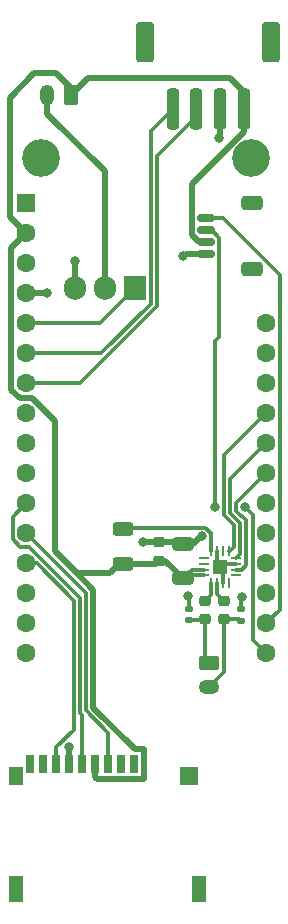
<source format=gbr>
%TF.GenerationSoftware,KiCad,Pcbnew,7.0.1*%
%TF.CreationDate,2023-03-30T16:52:30-04:00*%
%TF.ProjectId,system-board,73797374-656d-42d6-926f-6172642e6b69,rev?*%
%TF.SameCoordinates,Original*%
%TF.FileFunction,Copper,L1,Top*%
%TF.FilePolarity,Positive*%
%FSLAX46Y46*%
G04 Gerber Fmt 4.6, Leading zero omitted, Abs format (unit mm)*
G04 Created by KiCad (PCBNEW 7.0.1) date 2023-03-30 16:52:30*
%MOMM*%
%LPD*%
G01*
G04 APERTURE LIST*
G04 Aperture macros list*
%AMRoundRect*
0 Rectangle with rounded corners*
0 $1 Rounding radius*
0 $2 $3 $4 $5 $6 $7 $8 $9 X,Y pos of 4 corners*
0 Add a 4 corners polygon primitive as box body*
4,1,4,$2,$3,$4,$5,$6,$7,$8,$9,$2,$3,0*
0 Add four circle primitives for the rounded corners*
1,1,$1+$1,$2,$3*
1,1,$1+$1,$4,$5*
1,1,$1+$1,$6,$7*
1,1,$1+$1,$8,$9*
0 Add four rect primitives between the rounded corners*
20,1,$1+$1,$2,$3,$4,$5,0*
20,1,$1+$1,$4,$5,$6,$7,0*
20,1,$1+$1,$6,$7,$8,$9,0*
20,1,$1+$1,$8,$9,$2,$3,0*%
G04 Aperture macros list end*
%TA.AperFunction,SMDPad,CuDef*%
%ADD10R,0.700000X1.600000*%
%TD*%
%TA.AperFunction,SMDPad,CuDef*%
%ADD11R,1.600000X1.500000*%
%TD*%
%TA.AperFunction,SMDPad,CuDef*%
%ADD12R,1.200000X1.500000*%
%TD*%
%TA.AperFunction,SMDPad,CuDef*%
%ADD13R,1.200000X2.200000*%
%TD*%
%TA.AperFunction,SMDPad,CuDef*%
%ADD14RoundRect,0.150000X0.625000X-0.150000X0.625000X0.150000X-0.625000X0.150000X-0.625000X-0.150000X0*%
%TD*%
%TA.AperFunction,SMDPad,CuDef*%
%ADD15RoundRect,0.250000X0.650000X-0.350000X0.650000X0.350000X-0.650000X0.350000X-0.650000X-0.350000X0*%
%TD*%
%TA.AperFunction,SMDPad,CuDef*%
%ADD16RoundRect,0.218750X0.256250X-0.218750X0.256250X0.218750X-0.256250X0.218750X-0.256250X-0.218750X0*%
%TD*%
%TA.AperFunction,SMDPad,CuDef*%
%ADD17RoundRect,0.140000X-0.170000X0.140000X-0.170000X-0.140000X0.170000X-0.140000X0.170000X0.140000X0*%
%TD*%
%TA.AperFunction,SMDPad,CuDef*%
%ADD18RoundRect,0.250000X-0.625000X0.312500X-0.625000X-0.312500X0.625000X-0.312500X0.625000X0.312500X0*%
%TD*%
%TA.AperFunction,ComponentPad*%
%ADD19RoundRect,0.250000X-0.625000X0.350000X-0.625000X-0.350000X0.625000X-0.350000X0.625000X0.350000X0*%
%TD*%
%TA.AperFunction,ComponentPad*%
%ADD20O,1.750000X1.200000*%
%TD*%
%TA.AperFunction,WasherPad*%
%ADD21C,3.200000*%
%TD*%
%TA.AperFunction,ComponentPad*%
%ADD22R,1.600000X1.600000*%
%TD*%
%TA.AperFunction,ComponentPad*%
%ADD23C,1.600000*%
%TD*%
%TA.AperFunction,SMDPad,CuDef*%
%ADD24RoundRect,0.250000X0.250000X1.500000X-0.250000X1.500000X-0.250000X-1.500000X0.250000X-1.500000X0*%
%TD*%
%TA.AperFunction,SMDPad,CuDef*%
%ADD25RoundRect,0.250001X0.499999X1.449999X-0.499999X1.449999X-0.499999X-1.449999X0.499999X-1.449999X0*%
%TD*%
%TA.AperFunction,ComponentPad*%
%ADD26RoundRect,0.250000X0.350000X0.625000X-0.350000X0.625000X-0.350000X-0.625000X0.350000X-0.625000X0*%
%TD*%
%TA.AperFunction,ComponentPad*%
%ADD27O,1.200000X1.750000*%
%TD*%
%TA.AperFunction,SMDPad,CuDef*%
%ADD28RoundRect,0.250000X-0.650000X0.325000X-0.650000X-0.325000X0.650000X-0.325000X0.650000X0.325000X0*%
%TD*%
%TA.AperFunction,SMDPad,CuDef*%
%ADD29R,0.242474X0.857120*%
%TD*%
%TA.AperFunction,SMDPad,CuDef*%
%ADD30RoundRect,0.121237X0.000000X0.307323X0.000000X-0.307323X0.000000X-0.307323X0.000000X0.307323X0*%
%TD*%
%TA.AperFunction,SMDPad,CuDef*%
%ADD31RoundRect,0.121237X-0.307323X0.000000X-0.307323X0.000000X0.307323X0.000000X0.307323X0.000000X0*%
%TD*%
%TA.AperFunction,SMDPad,CuDef*%
%ADD32R,1.250000X1.250000*%
%TD*%
%TA.AperFunction,ComponentPad*%
%ADD33R,1.905000X2.000000*%
%TD*%
%TA.AperFunction,ComponentPad*%
%ADD34O,1.905000X2.000000*%
%TD*%
%TA.AperFunction,SMDPad,CuDef*%
%ADD35RoundRect,0.225000X0.250000X-0.225000X0.250000X0.225000X-0.250000X0.225000X-0.250000X-0.225000X0*%
%TD*%
%TA.AperFunction,ViaPad*%
%ADD36C,0.800000*%
%TD*%
%TA.AperFunction,Conductor*%
%ADD37C,0.500000*%
%TD*%
%TA.AperFunction,Conductor*%
%ADD38C,0.300000*%
%TD*%
G04 APERTURE END LIST*
D10*
%TO.P,J1,1,DAT2*%
%TO.N,unconnected-(J1-DAT2-Pad1)*%
X63300000Y-105350000D03*
%TO.P,J1,2,CD/DAT3*%
%TO.N,unconnected-(J1-CD{slash}DAT3-Pad2)*%
X62200000Y-105350000D03*
%TO.P,J1,3,CMD*%
%TO.N,Net-(A1-MOSI)*%
X61100000Y-105350000D03*
%TO.P,J1,4,VDD*%
%TO.N,VCC*%
X60000000Y-105350000D03*
%TO.P,J1,5,CLX*%
%TO.N,Net-(A1-SCK)*%
X58900000Y-105350000D03*
%TO.P,J1,6,VSS*%
%TO.N,GND*%
X57800000Y-105350000D03*
%TO.P,J1,7,DAT0*%
%TO.N,Net-(A1-MISO)*%
X56700000Y-105350000D03*
%TO.P,J1,8,DAT1*%
%TO.N,unconnected-(J1-DAT1-Pad8)*%
X55600000Y-105350000D03*
%TO.P,J1,CD1,CD1*%
%TO.N,unconnected-(J1-PadCD1)*%
X54500000Y-105350000D03*
D11*
%TO.P,J1,MP1,MP1*%
%TO.N,unconnected-(J1-PadMP1)*%
X67900000Y-106350000D03*
D12*
%TO.P,J1,MP2,MP2*%
%TO.N,unconnected-(J1-PadMP2)*%
X53300000Y-106350000D03*
D13*
%TO.P,J1,MP3,MP3*%
%TO.N,unconnected-(J1-PadMP3)*%
X53300000Y-115950000D03*
%TO.P,J1,MP4,MP4*%
%TO.N,unconnected-(J1-PadMP4)*%
X68800000Y-115950000D03*
%TD*%
D14*
%TO.P,J5,1,Pin_1*%
%TO.N,GND*%
X69367893Y-62150000D03*
%TO.P,J5,2,Pin_2*%
%TO.N,VCC*%
X69367893Y-61150000D03*
%TO.P,J5,3,Pin_3*%
%TO.N,Net-(A1-SDA)*%
X69367893Y-60150000D03*
%TO.P,J5,4,Pin_4*%
%TO.N,Net-(A1-SCL)*%
X69367893Y-59150000D03*
D15*
%TO.P,J5,MP*%
%TO.N,N/C*%
X73242893Y-63450000D03*
X73242893Y-57850000D03*
%TD*%
D16*
%TO.P,FB2,1*%
%TO.N,/SPKR_P*%
X69300000Y-93125550D03*
%TO.P,FB2,2*%
%TO.N,/SOUND_OUT_P*%
X69300000Y-91550550D03*
%TD*%
D17*
%TO.P,C3,1*%
%TO.N,GND*%
X67900000Y-92250550D03*
%TO.P,C3,2*%
%TO.N,/SPKR_P*%
X67900000Y-93210550D03*
%TD*%
D18*
%TO.P,R1,1*%
%TO.N,Net-(U1-~{SD_MODE})*%
X62300000Y-85487500D03*
%TO.P,R1,2*%
%TO.N,VCC*%
X62300000Y-88412500D03*
%TD*%
D19*
%TO.P,J2,1,Pin_1*%
%TO.N,/SPKR_P*%
X69600000Y-96850000D03*
D20*
%TO.P,J2,2,Pin_2*%
%TO.N,/SPKR_N*%
X69600000Y-98850000D03*
%TD*%
D16*
%TO.P,FB1,1*%
%TO.N,/SPKR_N*%
X70900000Y-93125550D03*
%TO.P,FB1,2*%
%TO.N,/SOUND_OUT_N*%
X70900000Y-91550550D03*
%TD*%
D21*
%TO.P,A1,*%
%TO.N,*%
X55400000Y-54100000D03*
X73180000Y-54100000D03*
D22*
%TO.P,A1,1,~{RESET}*%
%TO.N,unconnected-(A1-~{RESET}-Pad1)*%
X54130000Y-57910000D03*
D23*
%TO.P,A1,2,3V3*%
%TO.N,VCC*%
X54130000Y-60450000D03*
%TO.P,A1,3,AREF*%
%TO.N,unconnected-(A1-AREF-Pad3)*%
X54130000Y-62990000D03*
%TO.P,A1,4,GND*%
%TO.N,GND*%
X54130000Y-65530000D03*
%TO.P,A1,5,A0*%
%TO.N,Net-(A1-A0)*%
X54130000Y-68070000D03*
%TO.P,A1,6,A1*%
%TO.N,Net-(A1-A1)*%
X54130000Y-70610000D03*
%TO.P,A1,7,A2*%
%TO.N,Net-(A1-A2)*%
X54130000Y-73150000D03*
%TO.P,A1,8,A3*%
%TO.N,unconnected-(A1-A3-Pad8)*%
X54130000Y-75690000D03*
%TO.P,A1,9,A4*%
%TO.N,unconnected-(A1-A4-Pad9)*%
X54130000Y-78230000D03*
%TO.P,A1,10,A5*%
%TO.N,unconnected-(A1-A5-Pad10)*%
X54130000Y-80770000D03*
%TO.P,A1,11,SCK*%
%TO.N,Net-(A1-SCK)*%
X54130000Y-83310000D03*
%TO.P,A1,12,MOSI*%
%TO.N,Net-(A1-MOSI)*%
X54130000Y-85850000D03*
%TO.P,A1,13,MISO*%
%TO.N,Net-(A1-MISO)*%
X54130000Y-88390000D03*
%TO.P,A1,14,RX*%
%TO.N,unconnected-(A1-RX-Pad14)*%
X54130000Y-90930000D03*
%TO.P,A1,15,TX*%
%TO.N,unconnected-(A1-TX-Pad15)*%
X54130000Y-93470000D03*
%TO.P,A1,16,SPARE*%
%TO.N,unconnected-(A1-SPARE-Pad16)*%
X54130000Y-96010000D03*
%TO.P,A1,17,SDA*%
%TO.N,Net-(A1-SDA)*%
X74450000Y-96010000D03*
%TO.P,A1,18,SCL*%
%TO.N,Net-(A1-SCL)*%
X74450000Y-93470000D03*
%TO.P,A1,19,D0*%
%TO.N,unconnected-(A1-D0-Pad19)*%
X74450000Y-90930000D03*
%TO.P,A1,20,D1*%
%TO.N,unconnected-(A1-D1-Pad20)*%
X74450000Y-88390000D03*
%TO.P,A1,21,D2*%
%TO.N,unconnected-(A1-D2-Pad21)*%
X74450000Y-85850000D03*
%TO.P,A1,22,D3*%
%TO.N,unconnected-(A1-D3-Pad22)*%
X74450000Y-83310000D03*
%TO.P,A1,23,D4*%
%TO.N,/LRC*%
X74450000Y-80770000D03*
%TO.P,A1,24,D5*%
%TO.N,/BCLK*%
X74450000Y-78230000D03*
%TO.P,A1,25,D6*%
%TO.N,/DIN*%
X74450000Y-75690000D03*
%TO.P,A1,26,USB*%
%TO.N,unconnected-(A1-USB-Pad26)*%
X74450000Y-73150000D03*
%TO.P,A1,27,EN*%
%TO.N,unconnected-(A1-EN-Pad27)*%
X74450000Y-70610000D03*
%TO.P,A1,28,VBAT*%
%TO.N,unconnected-(A1-VBAT-Pad28)*%
X74450000Y-68070000D03*
%TD*%
D24*
%TO.P,J4,1,Pin_1*%
%TO.N,VCC*%
X72550000Y-49950000D03*
%TO.P,J4,2,Pin_2*%
%TO.N,GND*%
X70550000Y-49950000D03*
%TO.P,J4,3,Pin_3*%
%TO.N,Net-(A1-A2)*%
X68550000Y-49950000D03*
%TO.P,J4,4,Pin_4*%
%TO.N,Net-(A1-A1)*%
X66550000Y-49950000D03*
D25*
%TO.P,J4,MP*%
%TO.N,N/C*%
X74900000Y-44200000D03*
X64200000Y-44200000D03*
%TD*%
D17*
%TO.P,C4,1*%
%TO.N,GND*%
X72300000Y-92270550D03*
%TO.P,C4,2*%
%TO.N,/SPKR_N*%
X72300000Y-93230550D03*
%TD*%
D26*
%TO.P,J3,1,Pin_1*%
%TO.N,VCC*%
X57900000Y-48750000D03*
D27*
%TO.P,J3,2,Pin_2*%
%TO.N,Net-(J3-Pin_2)*%
X55900000Y-48750000D03*
%TD*%
D28*
%TO.P,C1,1*%
%TO.N,GND*%
X67400000Y-86700000D03*
%TO.P,C1,2*%
%TO.N,VCC*%
X67400000Y-89650000D03*
%TD*%
D29*
%TO.P,U1,1,DIN*%
%TO.N,/DIN*%
X71300000Y-87300000D03*
D30*
%TO.P,U1,2,GAIN_SLOT*%
%TO.N,unconnected-(U1-GAIN_SLOT-Pad2)*%
X70800000Y-87300000D03*
%TO.P,U1,3,GND*%
%TO.N,GND*%
X70300000Y-87300000D03*
%TO.P,U1,4,~{SD_MODE}*%
%TO.N,Net-(U1-~{SD_MODE})*%
X69800000Y-87300000D03*
D31*
%TO.P,U1,5,NC*%
%TO.N,unconnected-(U1-NC-Pad5)*%
X69199450Y-87900550D03*
%TO.P,U1,6,NC*%
%TO.N,unconnected-(U1-NC-Pad6)*%
X69199450Y-88400550D03*
%TO.P,U1,7,VDD*%
%TO.N,VCC*%
X69199450Y-88900550D03*
%TO.P,U1,8,VDD*%
X69199450Y-89400550D03*
D30*
%TO.P,U1,9,OUTP*%
%TO.N,/SOUND_OUT_P*%
X69800000Y-90001100D03*
%TO.P,U1,10,OUTN*%
%TO.N,/SOUND_OUT_N*%
X70300000Y-90001100D03*
%TO.P,U1,11,GND*%
%TO.N,GND*%
X70800000Y-90001100D03*
%TO.P,U1,12,NC*%
%TO.N,unconnected-(U1-NC-Pad12)*%
X71300000Y-90001100D03*
D31*
%TO.P,U1,13,NC*%
%TO.N,unconnected-(U1-NC-Pad13)*%
X71900550Y-89400550D03*
%TO.P,U1,14,LRCLK*%
%TO.N,/LRC*%
X71900550Y-88900550D03*
%TO.P,U1,15,GND*%
%TO.N,GND*%
X71900550Y-88400550D03*
%TO.P,U1,16,BCLK*%
%TO.N,/BCLK*%
X71900550Y-87900550D03*
D32*
%TO.P,U1,17,EP*%
%TO.N,GND*%
X70550000Y-88650550D03*
%TD*%
D33*
%TO.P,Q1,1,G*%
%TO.N,Net-(A1-A0)*%
X63340000Y-65100000D03*
D34*
%TO.P,Q1,2,D*%
%TO.N,Net-(J3-Pin_2)*%
X60800000Y-65100000D03*
%TO.P,Q1,3,S*%
%TO.N,GND*%
X58260000Y-65100000D03*
%TD*%
D35*
%TO.P,C2,1*%
%TO.N,VCC*%
X65400000Y-88150000D03*
%TO.P,C2,2*%
%TO.N,GND*%
X65400000Y-86600000D03*
%TD*%
D36*
%TO.N,GND*%
X70500000Y-88600000D03*
X70500000Y-52400000D03*
X64000000Y-86600000D03*
X67442893Y-62350000D03*
X58300000Y-62800000D03*
X55900000Y-65530000D03*
X69001100Y-86100000D03*
X72400000Y-91250550D03*
X57779977Y-103929977D03*
X67800000Y-91150550D03*
%TO.N,Net-(A1-SDA)*%
X72664727Y-83615227D03*
X70150500Y-83615227D03*
%TD*%
D37*
%TO.N,VCC*%
X65400000Y-88150000D02*
X65900000Y-88150000D01*
X69367893Y-61150000D02*
X68744365Y-61150000D01*
D38*
X69199450Y-89400550D02*
X67649450Y-89400550D01*
D37*
X54607767Y-74400000D02*
X53612233Y-74400000D01*
X61987500Y-88412500D02*
X61200000Y-89200000D01*
X54130000Y-60450000D02*
X52750000Y-59070000D01*
X72550000Y-48450000D02*
X72550000Y-49950000D01*
X59350000Y-47300000D02*
X71400000Y-47300000D01*
X52750000Y-48950000D02*
X54800000Y-46900000D01*
X52750000Y-59070000D02*
X52750000Y-48950000D01*
X65137500Y-88412500D02*
X65400000Y-88150000D01*
X52880000Y-61700000D02*
X54130000Y-60450000D01*
X53612233Y-74400000D02*
X52880000Y-73667767D01*
X56551270Y-87351270D02*
X56551270Y-76343503D01*
X65900000Y-88150000D02*
X67400000Y-89650000D01*
X56700000Y-46900000D02*
X57900000Y-48100000D01*
X62300000Y-88412500D02*
X65137500Y-88412500D01*
X63313110Y-104100000D02*
X64100000Y-104100000D01*
X68142893Y-60548528D02*
X68142893Y-56237969D01*
X71400000Y-47300000D02*
X72550000Y-48450000D01*
X64100000Y-106600000D02*
X60100000Y-106600000D01*
X57900000Y-48750000D02*
X59350000Y-47300000D01*
X68744365Y-61150000D02*
X68142893Y-60548528D01*
D38*
X67649450Y-89400550D02*
X67400000Y-89650000D01*
D37*
X64100000Y-104100000D02*
X64100000Y-106600000D01*
X62300000Y-88412500D02*
X61987500Y-88412500D01*
X60100000Y-106600000D02*
X60000000Y-106500000D01*
X60000000Y-106500000D02*
X60000000Y-105350000D01*
X59800000Y-100586890D02*
X63313110Y-104100000D01*
X56551270Y-76343503D02*
X54607767Y-74400000D01*
X52880000Y-73667767D02*
X52880000Y-61700000D01*
D38*
X69199450Y-88900550D02*
X68149450Y-88900550D01*
D37*
X61200000Y-89200000D02*
X58400000Y-89200000D01*
X54800000Y-46900000D02*
X56700000Y-46900000D01*
X58400000Y-89200000D02*
X56551270Y-87351270D01*
X68142893Y-56237969D02*
X72550000Y-51830862D01*
X57900000Y-48100000D02*
X57900000Y-48750000D01*
D38*
X68149450Y-88900550D02*
X67400000Y-89650000D01*
D37*
X72550000Y-51830862D02*
X72550000Y-49950000D01*
X59800000Y-90600000D02*
X59800000Y-100586890D01*
X58400000Y-89200000D02*
X59800000Y-90600000D01*
%TO.N,GND*%
X67642893Y-62150000D02*
X67442893Y-62350000D01*
X57800000Y-105350000D02*
X57800000Y-103950000D01*
X67400000Y-86700000D02*
X68300000Y-86700000D01*
X55900000Y-65530000D02*
X54130000Y-65530000D01*
D38*
X70800000Y-88400550D02*
X70550000Y-88650550D01*
D37*
X65400000Y-86600000D02*
X67300000Y-86600000D01*
X69367893Y-62150000D02*
X67642893Y-62150000D01*
X68300000Y-86700000D02*
X68900000Y-86100000D01*
X70550000Y-49950000D02*
X70550000Y-52350000D01*
D38*
X71900550Y-88400550D02*
X70800000Y-88400550D01*
D37*
X58260000Y-62840000D02*
X58300000Y-62800000D01*
D38*
X70300000Y-88400000D02*
X70500000Y-88600000D01*
X67900000Y-91250550D02*
X67800000Y-91150550D01*
X67900000Y-92250550D02*
X67900000Y-91250550D01*
X72300000Y-92270550D02*
X72300000Y-91350550D01*
D37*
X65400000Y-86600000D02*
X64000000Y-86600000D01*
X57800000Y-103950000D02*
X57779977Y-103929977D01*
X67300000Y-86600000D02*
X67400000Y-86700000D01*
X70550000Y-52350000D02*
X70500000Y-52400000D01*
D38*
X70300000Y-87300000D02*
X70300000Y-88400000D01*
X72300000Y-91350550D02*
X72400000Y-91250550D01*
D37*
X70550000Y-88650000D02*
X70500000Y-88600000D01*
X70550000Y-88650550D02*
X70550000Y-88650000D01*
D38*
X70800000Y-88900550D02*
X70550000Y-88650550D01*
D37*
X58260000Y-65100000D02*
X58260000Y-62840000D01*
D38*
X70800000Y-90001100D02*
X70800000Y-88900550D01*
%TO.N,Net-(A1-A1)*%
X64700000Y-66392500D02*
X64700000Y-51800000D01*
X64700000Y-51800000D02*
X66550000Y-49950000D01*
X54130000Y-70610000D02*
X60482500Y-70610000D01*
X60482500Y-70610000D02*
X64700000Y-66392500D01*
%TO.N,Net-(A1-A2)*%
X58649606Y-73150000D02*
X65200000Y-66599606D01*
X65200000Y-66599606D02*
X65200000Y-53898528D01*
X65200000Y-53898528D02*
X68550000Y-50548528D01*
X54130000Y-73150000D02*
X58649606Y-73150000D01*
X68550000Y-50548528D02*
X68550000Y-49950000D01*
%TO.N,Net-(A1-SDA)*%
X70492893Y-60792893D02*
X69850000Y-60150000D01*
X74450000Y-96010000D02*
X74850000Y-96410000D01*
X74450000Y-96010000D02*
X73300000Y-94860000D01*
X73300000Y-84250500D02*
X72664727Y-83615227D01*
X70150000Y-69550000D02*
X70492893Y-69207107D01*
X73300000Y-94860000D02*
X73300000Y-84250500D01*
X69850000Y-60150000D02*
X69367893Y-60150000D01*
X70492893Y-69207107D02*
X70492893Y-60792893D01*
X70150500Y-83615227D02*
X70150000Y-83614727D01*
X70150000Y-83614727D02*
X70150000Y-69550000D01*
%TO.N,Net-(A1-SCL)*%
X70791421Y-59150000D02*
X69367893Y-59150000D01*
X74450000Y-93470000D02*
X75600000Y-92320000D01*
X75600000Y-63958579D02*
X70791421Y-59150000D01*
X69850000Y-59150000D02*
X69367893Y-59150000D01*
X75600000Y-92320000D02*
X75600000Y-63958579D01*
%TO.N,Net-(A1-A0)*%
X54130000Y-68070000D02*
X60370000Y-68070000D01*
X60370000Y-68070000D02*
X63340000Y-65100000D01*
%TO.N,/DIN*%
X71300000Y-87300000D02*
X71400000Y-87300000D01*
X71700000Y-85125374D02*
X70900000Y-84325373D01*
X71700000Y-87000000D02*
X71700000Y-85125374D01*
X71400000Y-87300000D02*
X71700000Y-87000000D01*
X70900000Y-84325373D02*
X70900000Y-79240000D01*
X70900000Y-79240000D02*
X74450000Y-75690000D01*
%TO.N,/BCLK*%
X72250000Y-87551100D02*
X71900550Y-87900550D01*
X74450000Y-78230000D02*
X71400000Y-81280000D01*
X71400000Y-81280000D02*
X71400000Y-84118267D01*
X72146960Y-84865227D02*
X72158121Y-84865227D01*
X72158121Y-84865227D02*
X72250000Y-84957106D01*
X71400000Y-84118267D02*
X72146960Y-84865227D01*
X72250000Y-84957106D02*
X72250000Y-87551100D01*
%TO.N,/LRC*%
X71914727Y-83305273D02*
X71914727Y-83925888D01*
X72365227Y-84365227D02*
X72750000Y-84750000D01*
X74450000Y-80770000D02*
X71914727Y-83305273D01*
X72374303Y-88900550D02*
X71900550Y-88900550D01*
X71914727Y-83925888D02*
X72354066Y-84365227D01*
X72750000Y-84750000D02*
X72750000Y-88524853D01*
X72750000Y-88524853D02*
X72374303Y-88900550D01*
X72354066Y-84365227D02*
X72365227Y-84365227D01*
D37*
%TO.N,Net-(J3-Pin_2)*%
X60800000Y-65100000D02*
X60800000Y-55200000D01*
X60800000Y-55200000D02*
X55900000Y-50300000D01*
X55900000Y-50300000D02*
X55900000Y-48750000D01*
D38*
%TO.N,Net-(A1-SCK)*%
X52980000Y-84460000D02*
X54130000Y-83310000D01*
X58700000Y-91333654D02*
X54366346Y-87000000D01*
X58700000Y-101042524D02*
X58900000Y-101242524D01*
X54366346Y-87000000D02*
X53653654Y-87000000D01*
X52980000Y-86326346D02*
X52980000Y-84460000D01*
X53653654Y-87000000D02*
X52980000Y-86326346D01*
X58700000Y-101042524D02*
X58700000Y-91333654D01*
X58900000Y-101242524D02*
X58900000Y-105350000D01*
%TO.N,Net-(A1-MOSI)*%
X59200000Y-100835418D02*
X61100000Y-102735418D01*
X59200000Y-90920000D02*
X54130000Y-85850000D01*
X61100000Y-102735418D02*
X61100000Y-105350000D01*
X59200000Y-100835418D02*
X59200000Y-90920000D01*
%TO.N,Net-(A1-MISO)*%
X58200000Y-91540760D02*
X58200000Y-102450000D01*
X58200000Y-102450000D02*
X56700000Y-103950000D01*
X56700000Y-103950000D02*
X56700000Y-105350000D01*
X54130000Y-88390000D02*
X55049240Y-88390000D01*
X55049240Y-88390000D02*
X58200000Y-91540760D01*
%TO.N,Net-(U1-~{SD_MODE})*%
X69800000Y-85838239D02*
X69311761Y-85350000D01*
X69800000Y-87300000D02*
X69800000Y-85838239D01*
X69311761Y-85350000D02*
X62437500Y-85350000D01*
X62437500Y-85350000D02*
X62300000Y-85487500D01*
%TO.N,/SPKR_P*%
X69300000Y-96550000D02*
X69300000Y-93125550D01*
X67900000Y-93210550D02*
X69215000Y-93210550D01*
X69600000Y-96850000D02*
X69300000Y-96550000D01*
X69215000Y-93210550D02*
X69300000Y-93125550D01*
X69300000Y-93125550D02*
X69575000Y-93125550D01*
%TO.N,/SPKR_N*%
X70900000Y-93125550D02*
X71195000Y-93125550D01*
X72195000Y-93125550D02*
X72300000Y-93230550D01*
X70900000Y-93125550D02*
X72195000Y-93125550D01*
X69600000Y-98850000D02*
X70900000Y-97550000D01*
X70900000Y-97550000D02*
X70900000Y-93125550D01*
%TO.N,/SOUND_OUT_N*%
X70299450Y-90950000D02*
X70900000Y-91550550D01*
X70300000Y-90949450D02*
X70299450Y-90950000D01*
X70300000Y-90001100D02*
X70300000Y-90949450D01*
%TO.N,/SOUND_OUT_P*%
X69799450Y-91051100D02*
X69300000Y-91550550D01*
X69799450Y-90001650D02*
X69799450Y-91051100D01*
X69800000Y-90001100D02*
X69799450Y-90001650D01*
%TD*%
M02*

</source>
